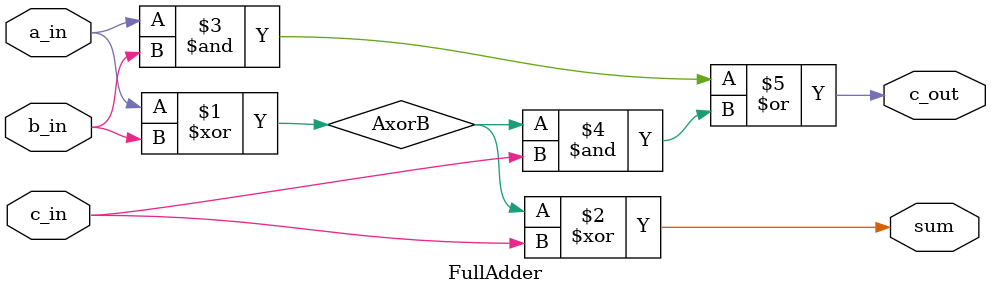
<source format=v>
`timescale 1ns / 1ps


module FullAdder(
    input a_in,
    input b_in,
    input c_in,
    output sum,
    output c_out
    );
    
    wire AxorB;
    
    assign AxorB = a_in ^ b_in;
    
    assign sum = AxorB ^ c_in;
    
    assign c_out = (a_in & b_in) | (AxorB & c_in);
    
endmodule

</source>
